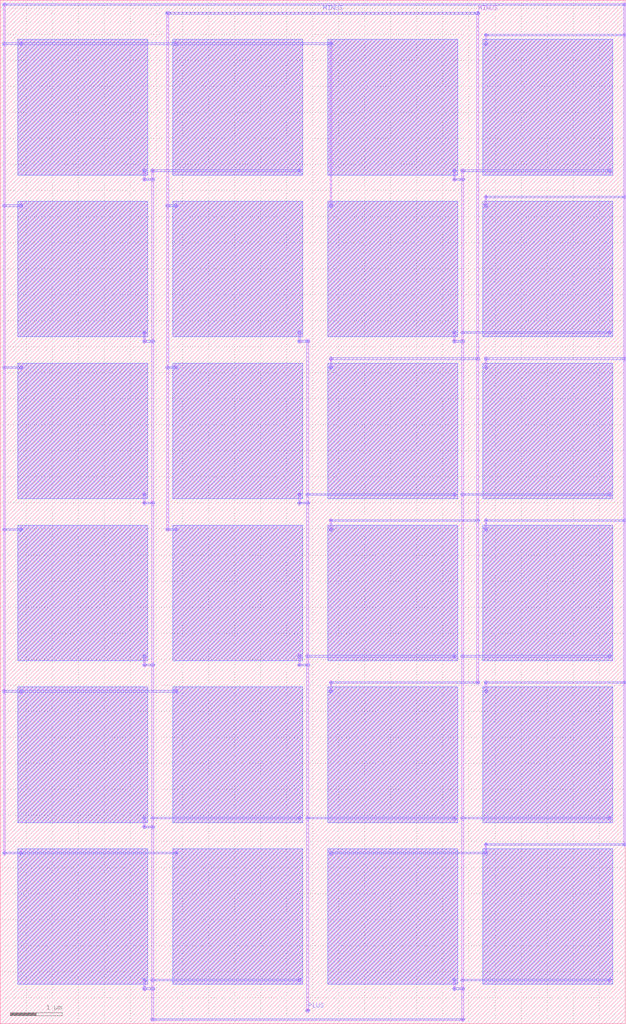
<source format=lef>
MACRO Cap_60fF
  ORIGIN 0 0 ;
  FOREIGN Cap_60fF 0 0 ;
  SIZE 12 BY 19.656 ;
  PIN MINUS
    DIRECTION INOUT ;
    USE SIGNAL ;
    PORT 
      LAYER M1 ;
        RECT 3.2 19.368 3.232 19.44 ;
      LAYER M2 ;
        RECT 3.18 19.388 3.252 19.42 ;
      LAYER M1 ;
        RECT 9.152 19.368 9.184 19.44 ;
      LAYER M2 ;
        RECT 9.132 19.388 9.204 19.42 ;
      LAYER M2 ;
        RECT 3.216 19.388 9.168 19.42 ;
    END
  END MINUS
  PIN PLUS
    DIRECTION INOUT ;
    USE SIGNAL ;
    PORT 
      LAYER M1 ;
        RECT 5.888 0.216 5.92 0.288 ;
      LAYER M2 ;
        RECT 5.868 0.236 5.94 0.268 ;
    END
  END PLUS
  OBS 
  LAYER M1 ;
        RECT 5.728 7.02 5.76 7.092 ;
  LAYER M2 ;
        RECT 5.708 7.04 5.78 7.072 ;
  LAYER M1 ;
        RECT 5.728 6.888 5.76 7.056 ;
  LAYER M1 ;
        RECT 5.728 6.852 5.76 6.924 ;
  LAYER M2 ;
        RECT 5.708 6.872 5.78 6.904 ;
  LAYER M2 ;
        RECT 5.744 6.872 5.904 6.904 ;
  LAYER M1 ;
        RECT 5.888 6.852 5.92 6.924 ;
  LAYER M2 ;
        RECT 5.868 6.872 5.94 6.904 ;
  LAYER M1 ;
        RECT 8.704 10.128 8.736 10.2 ;
  LAYER M2 ;
        RECT 8.684 10.148 8.756 10.18 ;
  LAYER M2 ;
        RECT 5.904 10.148 8.72 10.18 ;
  LAYER M1 ;
        RECT 5.888 10.128 5.92 10.2 ;
  LAYER M2 ;
        RECT 5.868 10.148 5.94 10.18 ;
  LAYER M1 ;
        RECT 5.728 10.128 5.76 10.2 ;
  LAYER M2 ;
        RECT 5.708 10.148 5.78 10.18 ;
  LAYER M1 ;
        RECT 5.728 9.996 5.76 10.164 ;
  LAYER M1 ;
        RECT 5.728 9.96 5.76 10.032 ;
  LAYER M2 ;
        RECT 5.708 9.98 5.78 10.012 ;
  LAYER M2 ;
        RECT 5.744 9.98 5.904 10.012 ;
  LAYER M1 ;
        RECT 5.888 9.96 5.92 10.032 ;
  LAYER M2 ;
        RECT 5.868 9.98 5.94 10.012 ;
  LAYER M1 ;
        RECT 8.704 7.02 8.736 7.092 ;
  LAYER M2 ;
        RECT 8.684 7.04 8.756 7.072 ;
  LAYER M2 ;
        RECT 5.904 7.04 8.72 7.072 ;
  LAYER M1 ;
        RECT 5.888 7.02 5.92 7.092 ;
  LAYER M2 ;
        RECT 5.868 7.04 5.94 7.072 ;
  LAYER M1 ;
        RECT 5.728 13.236 5.76 13.308 ;
  LAYER M2 ;
        RECT 5.708 13.256 5.78 13.288 ;
  LAYER M1 ;
        RECT 5.728 13.104 5.76 13.272 ;
  LAYER M1 ;
        RECT 5.728 13.068 5.76 13.14 ;
  LAYER M2 ;
        RECT 5.708 13.088 5.78 13.12 ;
  LAYER M2 ;
        RECT 5.744 13.088 5.904 13.12 ;
  LAYER M1 ;
        RECT 5.888 13.068 5.92 13.14 ;
  LAYER M2 ;
        RECT 5.868 13.088 5.94 13.12 ;
  LAYER M1 ;
        RECT 8.704 3.912 8.736 3.984 ;
  LAYER M2 ;
        RECT 8.684 3.932 8.756 3.964 ;
  LAYER M2 ;
        RECT 5.904 3.932 8.72 3.964 ;
  LAYER M1 ;
        RECT 5.888 3.912 5.92 3.984 ;
  LAYER M2 ;
        RECT 5.868 3.932 5.94 3.964 ;
  LAYER M1 ;
        RECT 5.888 0.216 5.92 0.288 ;
  LAYER M2 ;
        RECT 5.868 0.236 5.94 0.268 ;
  LAYER M1 ;
        RECT 5.888 0.252 5.92 0.504 ;
  LAYER M1 ;
        RECT 5.888 0.504 5.92 13.104 ;
  LAYER M1 ;
        RECT 2.752 0.804 2.784 0.876 ;
  LAYER M2 ;
        RECT 2.732 0.824 2.804 0.856 ;
  LAYER M1 ;
        RECT 2.752 0.672 2.784 0.84 ;
  LAYER M1 ;
        RECT 2.752 0.636 2.784 0.708 ;
  LAYER M2 ;
        RECT 2.732 0.656 2.804 0.688 ;
  LAYER M2 ;
        RECT 2.768 0.656 2.928 0.688 ;
  LAYER M1 ;
        RECT 2.912 0.636 2.944 0.708 ;
  LAYER M2 ;
        RECT 2.892 0.656 2.964 0.688 ;
  LAYER M1 ;
        RECT 2.752 3.912 2.784 3.984 ;
  LAYER M2 ;
        RECT 2.732 3.932 2.804 3.964 ;
  LAYER M1 ;
        RECT 2.752 3.78 2.784 3.948 ;
  LAYER M1 ;
        RECT 2.752 3.744 2.784 3.816 ;
  LAYER M2 ;
        RECT 2.732 3.764 2.804 3.796 ;
  LAYER M2 ;
        RECT 2.768 3.764 2.928 3.796 ;
  LAYER M1 ;
        RECT 2.912 3.744 2.944 3.816 ;
  LAYER M2 ;
        RECT 2.892 3.764 2.964 3.796 ;
  LAYER M1 ;
        RECT 2.752 7.02 2.784 7.092 ;
  LAYER M2 ;
        RECT 2.732 7.04 2.804 7.072 ;
  LAYER M1 ;
        RECT 2.752 6.888 2.784 7.056 ;
  LAYER M1 ;
        RECT 2.752 6.852 2.784 6.924 ;
  LAYER M2 ;
        RECT 2.732 6.872 2.804 6.904 ;
  LAYER M2 ;
        RECT 2.768 6.872 2.928 6.904 ;
  LAYER M1 ;
        RECT 2.912 6.852 2.944 6.924 ;
  LAYER M2 ;
        RECT 2.892 6.872 2.964 6.904 ;
  LAYER M1 ;
        RECT 2.752 10.128 2.784 10.2 ;
  LAYER M2 ;
        RECT 2.732 10.148 2.804 10.18 ;
  LAYER M1 ;
        RECT 2.752 9.996 2.784 10.164 ;
  LAYER M1 ;
        RECT 2.752 9.96 2.784 10.032 ;
  LAYER M2 ;
        RECT 2.732 9.98 2.804 10.012 ;
  LAYER M2 ;
        RECT 2.768 9.98 2.928 10.012 ;
  LAYER M1 ;
        RECT 2.912 9.96 2.944 10.032 ;
  LAYER M2 ;
        RECT 2.892 9.98 2.964 10.012 ;
  LAYER M1 ;
        RECT 2.752 13.236 2.784 13.308 ;
  LAYER M2 ;
        RECT 2.732 13.256 2.804 13.288 ;
  LAYER M1 ;
        RECT 2.752 13.104 2.784 13.272 ;
  LAYER M1 ;
        RECT 2.752 13.068 2.784 13.14 ;
  LAYER M2 ;
        RECT 2.732 13.088 2.804 13.12 ;
  LAYER M2 ;
        RECT 2.768 13.088 2.928 13.12 ;
  LAYER M1 ;
        RECT 2.912 13.068 2.944 13.14 ;
  LAYER M2 ;
        RECT 2.892 13.088 2.964 13.12 ;
  LAYER M1 ;
        RECT 2.752 16.344 2.784 16.416 ;
  LAYER M2 ;
        RECT 2.732 16.364 2.804 16.396 ;
  LAYER M1 ;
        RECT 2.752 16.212 2.784 16.38 ;
  LAYER M1 ;
        RECT 2.752 16.176 2.784 16.248 ;
  LAYER M2 ;
        RECT 2.732 16.196 2.804 16.228 ;
  LAYER M2 ;
        RECT 2.768 16.196 2.928 16.228 ;
  LAYER M1 ;
        RECT 2.912 16.176 2.944 16.248 ;
  LAYER M2 ;
        RECT 2.892 16.196 2.964 16.228 ;
  LAYER M1 ;
        RECT 5.728 0.804 5.76 0.876 ;
  LAYER M2 ;
        RECT 5.708 0.824 5.78 0.856 ;
  LAYER M2 ;
        RECT 2.928 0.824 5.744 0.856 ;
  LAYER M1 ;
        RECT 2.912 0.804 2.944 0.876 ;
  LAYER M2 ;
        RECT 2.892 0.824 2.964 0.856 ;
  LAYER M1 ;
        RECT 5.728 3.912 5.76 3.984 ;
  LAYER M2 ;
        RECT 5.708 3.932 5.78 3.964 ;
  LAYER M2 ;
        RECT 2.928 3.932 5.744 3.964 ;
  LAYER M1 ;
        RECT 2.912 3.912 2.944 3.984 ;
  LAYER M2 ;
        RECT 2.892 3.932 2.964 3.964 ;
  LAYER M1 ;
        RECT 5.728 16.344 5.76 16.416 ;
  LAYER M2 ;
        RECT 5.708 16.364 5.78 16.396 ;
  LAYER M2 ;
        RECT 2.928 16.364 5.744 16.396 ;
  LAYER M1 ;
        RECT 2.912 16.344 2.944 16.416 ;
  LAYER M2 ;
        RECT 2.892 16.364 2.964 16.396 ;
  LAYER M1 ;
        RECT 2.912 0.048 2.944 0.12 ;
  LAYER M2 ;
        RECT 2.892 0.068 2.964 0.1 ;
  LAYER M1 ;
        RECT 2.912 0.084 2.944 0.504 ;
  LAYER M1 ;
        RECT 2.912 0.504 2.944 16.38 ;
  LAYER M1 ;
        RECT 8.704 0.804 8.736 0.876 ;
  LAYER M2 ;
        RECT 8.684 0.824 8.756 0.856 ;
  LAYER M1 ;
        RECT 8.704 0.672 8.736 0.84 ;
  LAYER M1 ;
        RECT 8.704 0.636 8.736 0.708 ;
  LAYER M2 ;
        RECT 8.684 0.656 8.756 0.688 ;
  LAYER M2 ;
        RECT 8.72 0.656 8.88 0.688 ;
  LAYER M1 ;
        RECT 8.864 0.636 8.896 0.708 ;
  LAYER M2 ;
        RECT 8.844 0.656 8.916 0.688 ;
  LAYER M1 ;
        RECT 8.704 13.236 8.736 13.308 ;
  LAYER M2 ;
        RECT 8.684 13.256 8.756 13.288 ;
  LAYER M1 ;
        RECT 8.704 13.104 8.736 13.272 ;
  LAYER M1 ;
        RECT 8.704 13.068 8.736 13.14 ;
  LAYER M2 ;
        RECT 8.684 13.088 8.756 13.12 ;
  LAYER M2 ;
        RECT 8.72 13.088 8.88 13.12 ;
  LAYER M1 ;
        RECT 8.864 13.068 8.896 13.14 ;
  LAYER M2 ;
        RECT 8.844 13.088 8.916 13.12 ;
  LAYER M1 ;
        RECT 8.704 16.344 8.736 16.416 ;
  LAYER M2 ;
        RECT 8.684 16.364 8.756 16.396 ;
  LAYER M1 ;
        RECT 8.704 16.212 8.736 16.38 ;
  LAYER M1 ;
        RECT 8.704 16.176 8.736 16.248 ;
  LAYER M2 ;
        RECT 8.684 16.196 8.756 16.228 ;
  LAYER M2 ;
        RECT 8.72 16.196 8.88 16.228 ;
  LAYER M1 ;
        RECT 8.864 16.176 8.896 16.248 ;
  LAYER M2 ;
        RECT 8.844 16.196 8.916 16.228 ;
  LAYER M1 ;
        RECT 11.68 0.804 11.712 0.876 ;
  LAYER M2 ;
        RECT 11.66 0.824 11.732 0.856 ;
  LAYER M2 ;
        RECT 8.88 0.824 11.696 0.856 ;
  LAYER M1 ;
        RECT 8.864 0.804 8.896 0.876 ;
  LAYER M2 ;
        RECT 8.844 0.824 8.916 0.856 ;
  LAYER M1 ;
        RECT 11.68 3.912 11.712 3.984 ;
  LAYER M2 ;
        RECT 11.66 3.932 11.732 3.964 ;
  LAYER M2 ;
        RECT 8.88 3.932 11.696 3.964 ;
  LAYER M1 ;
        RECT 8.864 3.912 8.896 3.984 ;
  LAYER M2 ;
        RECT 8.844 3.932 8.916 3.964 ;
  LAYER M1 ;
        RECT 11.68 7.02 11.712 7.092 ;
  LAYER M2 ;
        RECT 11.66 7.04 11.732 7.072 ;
  LAYER M2 ;
        RECT 8.88 7.04 11.696 7.072 ;
  LAYER M1 ;
        RECT 8.864 7.02 8.896 7.092 ;
  LAYER M2 ;
        RECT 8.844 7.04 8.916 7.072 ;
  LAYER M1 ;
        RECT 11.68 10.128 11.712 10.2 ;
  LAYER M2 ;
        RECT 11.66 10.148 11.732 10.18 ;
  LAYER M2 ;
        RECT 8.88 10.148 11.696 10.18 ;
  LAYER M1 ;
        RECT 8.864 10.128 8.896 10.2 ;
  LAYER M2 ;
        RECT 8.844 10.148 8.916 10.18 ;
  LAYER M1 ;
        RECT 11.68 13.236 11.712 13.308 ;
  LAYER M2 ;
        RECT 11.66 13.256 11.732 13.288 ;
  LAYER M2 ;
        RECT 8.88 13.256 11.696 13.288 ;
  LAYER M1 ;
        RECT 8.864 13.236 8.896 13.308 ;
  LAYER M2 ;
        RECT 8.844 13.256 8.916 13.288 ;
  LAYER M1 ;
        RECT 11.68 16.344 11.712 16.416 ;
  LAYER M2 ;
        RECT 11.66 16.364 11.732 16.396 ;
  LAYER M2 ;
        RECT 8.88 16.364 11.696 16.396 ;
  LAYER M1 ;
        RECT 8.864 16.344 8.896 16.416 ;
  LAYER M2 ;
        RECT 8.844 16.364 8.916 16.396 ;
  LAYER M1 ;
        RECT 8.864 0.048 8.896 0.12 ;
  LAYER M2 ;
        RECT 8.844 0.068 8.916 0.1 ;
  LAYER M1 ;
        RECT 8.864 0.084 8.896 0.504 ;
  LAYER M1 ;
        RECT 8.864 0.504 8.896 16.38 ;
  LAYER M2 ;
        RECT 2.928 0.068 8.88 0.1 ;
  LAYER M1 ;
        RECT 3.36 9.456 3.392 9.528 ;
  LAYER M2 ;
        RECT 3.34 9.476 3.412 9.508 ;
  LAYER M2 ;
        RECT 3.216 9.476 3.376 9.508 ;
  LAYER M1 ;
        RECT 3.2 9.456 3.232 9.528 ;
  LAYER M2 ;
        RECT 3.18 9.476 3.252 9.508 ;
  LAYER M1 ;
        RECT 3.36 12.564 3.392 12.636 ;
  LAYER M2 ;
        RECT 3.34 12.584 3.412 12.616 ;
  LAYER M2 ;
        RECT 3.216 12.584 3.376 12.616 ;
  LAYER M1 ;
        RECT 3.2 12.564 3.232 12.636 ;
  LAYER M2 ;
        RECT 3.18 12.584 3.252 12.616 ;
  LAYER M1 ;
        RECT 3.36 15.672 3.392 15.744 ;
  LAYER M2 ;
        RECT 3.34 15.692 3.412 15.724 ;
  LAYER M2 ;
        RECT 3.216 15.692 3.376 15.724 ;
  LAYER M1 ;
        RECT 3.2 15.672 3.232 15.744 ;
  LAYER M2 ;
        RECT 3.18 15.692 3.252 15.724 ;
  LAYER M1 ;
        RECT 3.2 19.368 3.232 19.44 ;
  LAYER M2 ;
        RECT 3.18 19.388 3.252 19.42 ;
  LAYER M1 ;
        RECT 3.2 19.152 3.232 19.404 ;
  LAYER M1 ;
        RECT 3.2 9.492 3.232 19.152 ;
  LAYER M1 ;
        RECT 6.336 12.564 6.368 12.636 ;
  LAYER M2 ;
        RECT 6.316 12.584 6.388 12.616 ;
  LAYER M1 ;
        RECT 6.336 12.6 6.368 12.768 ;
  LAYER M1 ;
        RECT 6.336 12.732 6.368 12.804 ;
  LAYER M2 ;
        RECT 6.316 12.752 6.388 12.784 ;
  LAYER M2 ;
        RECT 6.352 12.752 9.168 12.784 ;
  LAYER M1 ;
        RECT 9.152 12.732 9.184 12.804 ;
  LAYER M2 ;
        RECT 9.132 12.752 9.204 12.784 ;
  LAYER M1 ;
        RECT 6.336 9.456 6.368 9.528 ;
  LAYER M2 ;
        RECT 6.316 9.476 6.388 9.508 ;
  LAYER M1 ;
        RECT 6.336 9.492 6.368 9.66 ;
  LAYER M1 ;
        RECT 6.336 9.624 6.368 9.696 ;
  LAYER M2 ;
        RECT 6.316 9.644 6.388 9.676 ;
  LAYER M2 ;
        RECT 6.352 9.644 9.168 9.676 ;
  LAYER M1 ;
        RECT 9.152 9.624 9.184 9.696 ;
  LAYER M2 ;
        RECT 9.132 9.644 9.204 9.676 ;
  LAYER M1 ;
        RECT 6.336 6.348 6.368 6.42 ;
  LAYER M2 ;
        RECT 6.316 6.368 6.388 6.4 ;
  LAYER M1 ;
        RECT 6.336 6.384 6.368 6.552 ;
  LAYER M1 ;
        RECT 6.336 6.516 6.368 6.588 ;
  LAYER M2 ;
        RECT 6.316 6.536 6.388 6.568 ;
  LAYER M2 ;
        RECT 6.352 6.536 9.168 6.568 ;
  LAYER M1 ;
        RECT 9.152 6.516 9.184 6.588 ;
  LAYER M2 ;
        RECT 9.132 6.536 9.204 6.568 ;
  LAYER M1 ;
        RECT 9.152 19.368 9.184 19.44 ;
  LAYER M2 ;
        RECT 9.132 19.388 9.204 19.42 ;
  LAYER M1 ;
        RECT 9.152 19.152 9.184 19.404 ;
  LAYER M1 ;
        RECT 9.152 6.552 9.184 19.152 ;
  LAYER M2 ;
        RECT 3.216 19.388 9.168 19.42 ;
  LAYER M1 ;
        RECT 0.384 3.24 0.416 3.312 ;
  LAYER M2 ;
        RECT 0.364 3.26 0.436 3.292 ;
  LAYER M2 ;
        RECT 0.08 3.26 0.4 3.292 ;
  LAYER M1 ;
        RECT 0.064 3.24 0.096 3.312 ;
  LAYER M2 ;
        RECT 0.044 3.26 0.116 3.292 ;
  LAYER M1 ;
        RECT 0.384 6.348 0.416 6.42 ;
  LAYER M2 ;
        RECT 0.364 6.368 0.436 6.4 ;
  LAYER M2 ;
        RECT 0.08 6.368 0.4 6.4 ;
  LAYER M1 ;
        RECT 0.064 6.348 0.096 6.42 ;
  LAYER M2 ;
        RECT 0.044 6.368 0.116 6.4 ;
  LAYER M1 ;
        RECT 0.384 9.456 0.416 9.528 ;
  LAYER M2 ;
        RECT 0.364 9.476 0.436 9.508 ;
  LAYER M2 ;
        RECT 0.08 9.476 0.4 9.508 ;
  LAYER M1 ;
        RECT 0.064 9.456 0.096 9.528 ;
  LAYER M2 ;
        RECT 0.044 9.476 0.116 9.508 ;
  LAYER M1 ;
        RECT 0.384 12.564 0.416 12.636 ;
  LAYER M2 ;
        RECT 0.364 12.584 0.436 12.616 ;
  LAYER M2 ;
        RECT 0.08 12.584 0.4 12.616 ;
  LAYER M1 ;
        RECT 0.064 12.564 0.096 12.636 ;
  LAYER M2 ;
        RECT 0.044 12.584 0.116 12.616 ;
  LAYER M1 ;
        RECT 0.384 15.672 0.416 15.744 ;
  LAYER M2 ;
        RECT 0.364 15.692 0.436 15.724 ;
  LAYER M2 ;
        RECT 0.08 15.692 0.4 15.724 ;
  LAYER M1 ;
        RECT 0.064 15.672 0.096 15.744 ;
  LAYER M2 ;
        RECT 0.044 15.692 0.116 15.724 ;
  LAYER M1 ;
        RECT 0.384 18.78 0.416 18.852 ;
  LAYER M2 ;
        RECT 0.364 18.8 0.436 18.832 ;
  LAYER M2 ;
        RECT 0.08 18.8 0.4 18.832 ;
  LAYER M1 ;
        RECT 0.064 18.78 0.096 18.852 ;
  LAYER M2 ;
        RECT 0.044 18.8 0.116 18.832 ;
  LAYER M1 ;
        RECT 0.064 19.536 0.096 19.608 ;
  LAYER M2 ;
        RECT 0.044 19.556 0.116 19.588 ;
  LAYER M1 ;
        RECT 0.064 19.152 0.096 19.572 ;
  LAYER M1 ;
        RECT 0.064 3.276 0.096 19.152 ;
  LAYER M1 ;
        RECT 9.312 3.24 9.344 3.312 ;
  LAYER M2 ;
        RECT 9.292 3.26 9.364 3.292 ;
  LAYER M1 ;
        RECT 9.312 3.276 9.344 3.444 ;
  LAYER M1 ;
        RECT 9.312 3.408 9.344 3.48 ;
  LAYER M2 ;
        RECT 9.292 3.428 9.364 3.46 ;
  LAYER M2 ;
        RECT 9.328 3.428 11.984 3.46 ;
  LAYER M1 ;
        RECT 11.968 3.408 12 3.48 ;
  LAYER M2 ;
        RECT 11.948 3.428 12.02 3.46 ;
  LAYER M1 ;
        RECT 9.312 6.348 9.344 6.42 ;
  LAYER M2 ;
        RECT 9.292 6.368 9.364 6.4 ;
  LAYER M1 ;
        RECT 9.312 6.384 9.344 6.552 ;
  LAYER M1 ;
        RECT 9.312 6.516 9.344 6.588 ;
  LAYER M2 ;
        RECT 9.292 6.536 9.364 6.568 ;
  LAYER M2 ;
        RECT 9.328 6.536 11.984 6.568 ;
  LAYER M1 ;
        RECT 11.968 6.516 12 6.588 ;
  LAYER M2 ;
        RECT 11.948 6.536 12.02 6.568 ;
  LAYER M1 ;
        RECT 9.312 9.456 9.344 9.528 ;
  LAYER M2 ;
        RECT 9.292 9.476 9.364 9.508 ;
  LAYER M1 ;
        RECT 9.312 9.492 9.344 9.66 ;
  LAYER M1 ;
        RECT 9.312 9.624 9.344 9.696 ;
  LAYER M2 ;
        RECT 9.292 9.644 9.364 9.676 ;
  LAYER M2 ;
        RECT 9.328 9.644 11.984 9.676 ;
  LAYER M1 ;
        RECT 11.968 9.624 12 9.696 ;
  LAYER M2 ;
        RECT 11.948 9.644 12.02 9.676 ;
  LAYER M1 ;
        RECT 9.312 12.564 9.344 12.636 ;
  LAYER M2 ;
        RECT 9.292 12.584 9.364 12.616 ;
  LAYER M1 ;
        RECT 9.312 12.6 9.344 12.768 ;
  LAYER M1 ;
        RECT 9.312 12.732 9.344 12.804 ;
  LAYER M2 ;
        RECT 9.292 12.752 9.364 12.784 ;
  LAYER M2 ;
        RECT 9.328 12.752 11.984 12.784 ;
  LAYER M1 ;
        RECT 11.968 12.732 12 12.804 ;
  LAYER M2 ;
        RECT 11.948 12.752 12.02 12.784 ;
  LAYER M1 ;
        RECT 9.312 15.672 9.344 15.744 ;
  LAYER M2 ;
        RECT 9.292 15.692 9.364 15.724 ;
  LAYER M1 ;
        RECT 9.312 15.708 9.344 15.876 ;
  LAYER M1 ;
        RECT 9.312 15.84 9.344 15.912 ;
  LAYER M2 ;
        RECT 9.292 15.86 9.364 15.892 ;
  LAYER M2 ;
        RECT 9.328 15.86 11.984 15.892 ;
  LAYER M1 ;
        RECT 11.968 15.84 12 15.912 ;
  LAYER M2 ;
        RECT 11.948 15.86 12.02 15.892 ;
  LAYER M1 ;
        RECT 9.312 18.78 9.344 18.852 ;
  LAYER M2 ;
        RECT 9.292 18.8 9.364 18.832 ;
  LAYER M1 ;
        RECT 9.312 18.816 9.344 18.984 ;
  LAYER M1 ;
        RECT 9.312 18.948 9.344 19.02 ;
  LAYER M2 ;
        RECT 9.292 18.968 9.364 19 ;
  LAYER M2 ;
        RECT 9.328 18.968 11.984 19 ;
  LAYER M1 ;
        RECT 11.968 18.948 12 19.02 ;
  LAYER M2 ;
        RECT 11.948 18.968 12.02 19 ;
  LAYER M1 ;
        RECT 11.968 19.536 12 19.608 ;
  LAYER M2 ;
        RECT 11.948 19.556 12.02 19.588 ;
  LAYER M1 ;
        RECT 11.968 19.152 12 19.572 ;
  LAYER M1 ;
        RECT 11.968 3.444 12 19.152 ;
  LAYER M2 ;
        RECT 0.08 19.556 11.984 19.588 ;
  LAYER M1 ;
        RECT 3.36 3.24 3.392 3.312 ;
  LAYER M2 ;
        RECT 3.34 3.26 3.412 3.292 ;
  LAYER M2 ;
        RECT 0.4 3.26 3.376 3.292 ;
  LAYER M1 ;
        RECT 0.384 3.24 0.416 3.312 ;
  LAYER M2 ;
        RECT 0.364 3.26 0.436 3.292 ;
  LAYER M1 ;
        RECT 3.36 6.348 3.392 6.42 ;
  LAYER M2 ;
        RECT 3.34 6.368 3.412 6.4 ;
  LAYER M2 ;
        RECT 0.4 6.368 3.376 6.4 ;
  LAYER M1 ;
        RECT 0.384 6.348 0.416 6.42 ;
  LAYER M2 ;
        RECT 0.364 6.368 0.436 6.4 ;
  LAYER M1 ;
        RECT 3.36 18.78 3.392 18.852 ;
  LAYER M2 ;
        RECT 3.34 18.8 3.412 18.832 ;
  LAYER M2 ;
        RECT 0.4 18.8 3.376 18.832 ;
  LAYER M1 ;
        RECT 0.384 18.78 0.416 18.852 ;
  LAYER M2 ;
        RECT 0.364 18.8 0.436 18.832 ;
  LAYER M1 ;
        RECT 6.336 18.78 6.368 18.852 ;
  LAYER M2 ;
        RECT 6.316 18.8 6.388 18.832 ;
  LAYER M2 ;
        RECT 3.376 18.8 6.352 18.832 ;
  LAYER M1 ;
        RECT 3.36 18.78 3.392 18.852 ;
  LAYER M2 ;
        RECT 3.34 18.8 3.412 18.832 ;
  LAYER M1 ;
        RECT 6.336 15.672 6.368 15.744 ;
  LAYER M2 ;
        RECT 6.316 15.692 6.388 15.724 ;
  LAYER M1 ;
        RECT 6.336 15.708 6.368 18.816 ;
  LAYER M1 ;
        RECT 6.336 18.78 6.368 18.852 ;
  LAYER M2 ;
        RECT 6.316 18.8 6.388 18.832 ;
  LAYER M1 ;
        RECT 6.336 3.24 6.368 3.312 ;
  LAYER M2 ;
        RECT 6.316 3.26 6.388 3.292 ;
  LAYER M2 ;
        RECT 6.352 3.26 9.328 3.292 ;
  LAYER M1 ;
        RECT 9.312 3.24 9.344 3.312 ;
  LAYER M2 ;
        RECT 9.292 3.26 9.364 3.292 ;
  LAYER M1 ;
        RECT 0.336 0.756 2.832 3.36 ;
  LAYER M3 ;
        RECT 0.336 0.756 2.832 3.36 ;
  LAYER M2 ;
        RECT 0.336 0.756 2.832 3.36 ;
  LAYER M1 ;
        RECT 0.336 3.864 2.832 6.468 ;
  LAYER M3 ;
        RECT 0.336 3.864 2.832 6.468 ;
  LAYER M2 ;
        RECT 0.336 3.864 2.832 6.468 ;
  LAYER M1 ;
        RECT 0.336 6.972 2.832 9.576 ;
  LAYER M3 ;
        RECT 0.336 6.972 2.832 9.576 ;
  LAYER M2 ;
        RECT 0.336 6.972 2.832 9.576 ;
  LAYER M1 ;
        RECT 0.336 10.08 2.832 12.684 ;
  LAYER M3 ;
        RECT 0.336 10.08 2.832 12.684 ;
  LAYER M2 ;
        RECT 0.336 10.08 2.832 12.684 ;
  LAYER M1 ;
        RECT 0.336 13.188 2.832 15.792 ;
  LAYER M3 ;
        RECT 0.336 13.188 2.832 15.792 ;
  LAYER M2 ;
        RECT 0.336 13.188 2.832 15.792 ;
  LAYER M1 ;
        RECT 0.336 16.296 2.832 18.9 ;
  LAYER M3 ;
        RECT 0.336 16.296 2.832 18.9 ;
  LAYER M2 ;
        RECT 0.336 16.296 2.832 18.9 ;
  LAYER M1 ;
        RECT 3.312 0.756 5.808 3.36 ;
  LAYER M3 ;
        RECT 3.312 0.756 5.808 3.36 ;
  LAYER M2 ;
        RECT 3.312 0.756 5.808 3.36 ;
  LAYER M1 ;
        RECT 3.312 3.864 5.808 6.468 ;
  LAYER M3 ;
        RECT 3.312 3.864 5.808 6.468 ;
  LAYER M2 ;
        RECT 3.312 3.864 5.808 6.468 ;
  LAYER M1 ;
        RECT 3.312 6.972 5.808 9.576 ;
  LAYER M3 ;
        RECT 3.312 6.972 5.808 9.576 ;
  LAYER M2 ;
        RECT 3.312 6.972 5.808 9.576 ;
  LAYER M1 ;
        RECT 3.312 10.08 5.808 12.684 ;
  LAYER M3 ;
        RECT 3.312 10.08 5.808 12.684 ;
  LAYER M2 ;
        RECT 3.312 10.08 5.808 12.684 ;
  LAYER M1 ;
        RECT 3.312 13.188 5.808 15.792 ;
  LAYER M3 ;
        RECT 3.312 13.188 5.808 15.792 ;
  LAYER M2 ;
        RECT 3.312 13.188 5.808 15.792 ;
  LAYER M1 ;
        RECT 3.312 16.296 5.808 18.9 ;
  LAYER M3 ;
        RECT 3.312 16.296 5.808 18.9 ;
  LAYER M2 ;
        RECT 3.312 16.296 5.808 18.9 ;
  LAYER M1 ;
        RECT 6.288 0.756 8.784 3.36 ;
  LAYER M3 ;
        RECT 6.288 0.756 8.784 3.36 ;
  LAYER M2 ;
        RECT 6.288 0.756 8.784 3.36 ;
  LAYER M1 ;
        RECT 6.288 3.864 8.784 6.468 ;
  LAYER M3 ;
        RECT 6.288 3.864 8.784 6.468 ;
  LAYER M2 ;
        RECT 6.288 3.864 8.784 6.468 ;
  LAYER M1 ;
        RECT 6.288 6.972 8.784 9.576 ;
  LAYER M3 ;
        RECT 6.288 6.972 8.784 9.576 ;
  LAYER M2 ;
        RECT 6.288 6.972 8.784 9.576 ;
  LAYER M1 ;
        RECT 6.288 10.08 8.784 12.684 ;
  LAYER M3 ;
        RECT 6.288 10.08 8.784 12.684 ;
  LAYER M2 ;
        RECT 6.288 10.08 8.784 12.684 ;
  LAYER M1 ;
        RECT 6.288 13.188 8.784 15.792 ;
  LAYER M3 ;
        RECT 6.288 13.188 8.784 15.792 ;
  LAYER M2 ;
        RECT 6.288 13.188 8.784 15.792 ;
  LAYER M1 ;
        RECT 6.288 16.296 8.784 18.9 ;
  LAYER M3 ;
        RECT 6.288 16.296 8.784 18.9 ;
  LAYER M2 ;
        RECT 6.288 16.296 8.784 18.9 ;
  LAYER M1 ;
        RECT 9.264 0.756 11.76 3.36 ;
  LAYER M3 ;
        RECT 9.264 0.756 11.76 3.36 ;
  LAYER M2 ;
        RECT 9.264 0.756 11.76 3.36 ;
  LAYER M1 ;
        RECT 9.264 3.864 11.76 6.468 ;
  LAYER M3 ;
        RECT 9.264 3.864 11.76 6.468 ;
  LAYER M2 ;
        RECT 9.264 3.864 11.76 6.468 ;
  LAYER M1 ;
        RECT 9.264 6.972 11.76 9.576 ;
  LAYER M3 ;
        RECT 9.264 6.972 11.76 9.576 ;
  LAYER M2 ;
        RECT 9.264 6.972 11.76 9.576 ;
  LAYER M1 ;
        RECT 9.264 10.08 11.76 12.684 ;
  LAYER M3 ;
        RECT 9.264 10.08 11.76 12.684 ;
  LAYER M2 ;
        RECT 9.264 10.08 11.76 12.684 ;
  LAYER M1 ;
        RECT 9.264 13.188 11.76 15.792 ;
  LAYER M3 ;
        RECT 9.264 13.188 11.76 15.792 ;
  LAYER M2 ;
        RECT 9.264 13.188 11.76 15.792 ;
  LAYER M1 ;
        RECT 9.264 16.296 11.76 18.9 ;
  LAYER M3 ;
        RECT 9.264 16.296 11.76 18.9 ;
  LAYER M2 ;
        RECT 9.264 16.296 11.76 18.9 ;
  END 
END Cap_60fF

</source>
